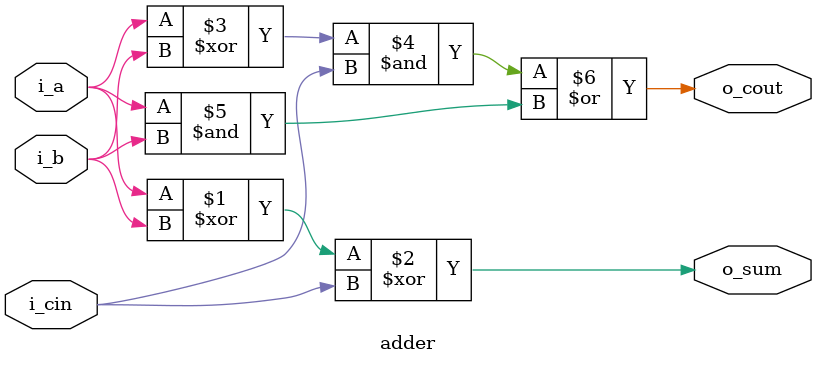
<source format=v>
`timescale 1ns / 1ps



module adder(
i_a, 
i_b, 
i_cin,
o_sum, 
o_cout
    );

input wire i_a, i_b, i_cin;
output wire o_sum, o_cout;

assign o_sum   = i_a ^ i_b ^ i_cin;
assign o_cout = ((i_a ^ i_b) & i_cin) | (i_a & i_b);

   
endmodule

</source>
